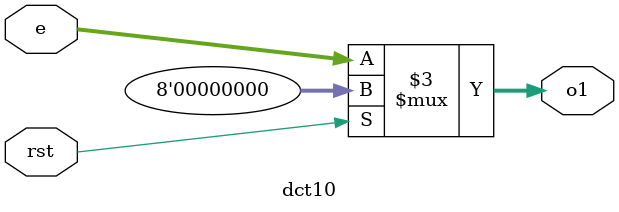
<source format=v>
`timescale 1ns / 1ps
module dct10(
input [7:0] e,
input rst,
output reg [7:0] o1 
);
always@(e,rst)
begin
  if(rst)
  begin 
   o1<=0;
	end
else 
  begin
   o1<=e;
end
end
endmodule 

</source>
